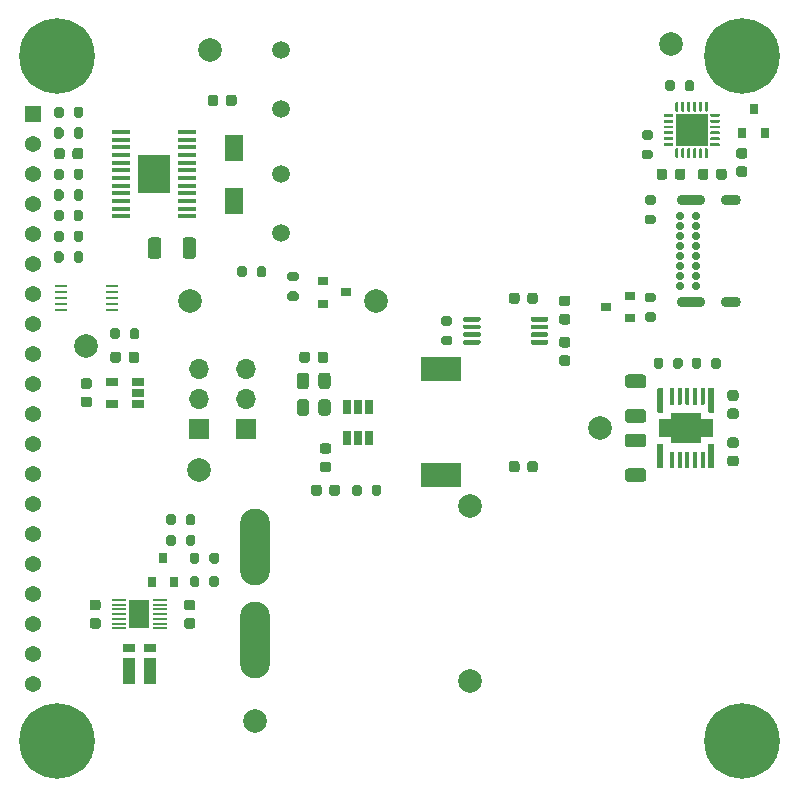
<source format=gbr>
G04 #@! TF.GenerationSoftware,KiCad,Pcbnew,(5.1.8)-1*
G04 #@! TF.CreationDate,2020-11-12T22:50:39-08:00*
G04 #@! TF.ProjectId,IRIS-power,49524953-2d70-46f7-9765-722e6b696361,rev?*
G04 #@! TF.SameCoordinates,Original*
G04 #@! TF.FileFunction,Soldermask,Top*
G04 #@! TF.FilePolarity,Negative*
%FSLAX46Y46*%
G04 Gerber Fmt 4.6, Leading zero omitted, Abs format (unit mm)*
G04 Created by KiCad (PCBNEW (5.1.8)-1) date 2020-11-12 22:50:39*
%MOMM*%
%LPD*%
G01*
G04 APERTURE LIST*
%ADD10R,2.740000X3.250000*%
%ADD11R,1.600000X0.300000*%
%ADD12R,1.780000X2.350000*%
%ADD13R,1.200000X0.200000*%
%ADD14C,0.100000*%
%ADD15R,1.000000X0.800000*%
%ADD16R,1.000000X2.300000*%
%ADD17C,1.500000*%
%ADD18R,3.500000X2.000000*%
%ADD19C,0.800000*%
%ADD20C,6.400000*%
%ADD21C,1.370000*%
%ADD22R,1.370000X1.370000*%
%ADD23C,2.000000*%
%ADD24O,2.540000X6.502400*%
%ADD25R,1.100000X0.250000*%
%ADD26R,1.700000X1.700000*%
%ADD27O,1.700000X1.700000*%
%ADD28R,1.600000X2.300000*%
%ADD29R,0.800000X0.900000*%
%ADD30R,1.060000X0.650000*%
%ADD31R,2.700000X2.700000*%
%ADD32R,0.900000X0.800000*%
%ADD33C,0.700000*%
%ADD34O,2.400000X0.900000*%
%ADD35O,1.700000X0.900000*%
%ADD36R,0.650000X1.220000*%
G04 APERTURE END LIST*
D10*
X11750000Y19000000D03*
D11*
X14550000Y22575000D03*
X14550000Y21925000D03*
X14550000Y21275000D03*
X14550000Y20625000D03*
X14550000Y19975000D03*
X14550000Y19325000D03*
X14550000Y18675000D03*
X14550000Y18025000D03*
X14550000Y17375000D03*
X14550000Y16725000D03*
X14550000Y16075000D03*
X14550000Y15425000D03*
X8950000Y15425000D03*
X8950000Y16075000D03*
X8950000Y16725000D03*
X8950000Y17375000D03*
X8950000Y18025000D03*
X8950000Y18675000D03*
X8950000Y19325000D03*
X8950000Y19975000D03*
X8950000Y20625000D03*
X8950000Y21275000D03*
X8950000Y21925000D03*
X8950000Y22575000D03*
D12*
X10500000Y-18250000D03*
D13*
X12225000Y-17050000D03*
X12225000Y-17450000D03*
X12225000Y-17850000D03*
X12225000Y-18250000D03*
X12225000Y-18650000D03*
X12225000Y-19050000D03*
X12225000Y-19450000D03*
X8775000Y-19450000D03*
X8775000Y-19050000D03*
X8775000Y-18650000D03*
X8775000Y-18250000D03*
X8775000Y-17850000D03*
X8775000Y-17450000D03*
X8775000Y-17050000D03*
D14*
G36*
X55500000Y-1750000D02*
G01*
X55500000Y-1250000D01*
X58000000Y-1250000D01*
X58000000Y-1750000D01*
X59050000Y-1750000D01*
X59050000Y-3250000D01*
X58000000Y-3250000D01*
X58000000Y-3750000D01*
X55500000Y-3750000D01*
X55500000Y-3250000D01*
X54450000Y-3250000D01*
X54450000Y-1750000D01*
X55500000Y-1750000D01*
G37*
G36*
G01*
X58320000Y-500000D02*
X58040000Y-500000D01*
G75*
G02*
X58005000Y-465000I0J35000D01*
G01*
X58005000Y865000D01*
G75*
G02*
X58040000Y900000I35000J0D01*
G01*
X58320000Y900000D01*
G75*
G02*
X58355000Y865000I0J-35000D01*
G01*
X58355000Y-465000D01*
G75*
G02*
X58320000Y-500000I-35000J0D01*
G01*
G37*
G36*
G01*
X57670000Y-500000D02*
X57390000Y-500000D01*
G75*
G02*
X57355000Y-465000I0J35000D01*
G01*
X57355000Y865000D01*
G75*
G02*
X57390000Y900000I35000J0D01*
G01*
X57670000Y900000D01*
G75*
G02*
X57705000Y865000I0J-35000D01*
G01*
X57705000Y-465000D01*
G75*
G02*
X57670000Y-500000I-35000J0D01*
G01*
G37*
G36*
G01*
X57020000Y-500000D02*
X56740000Y-500000D01*
G75*
G02*
X56705000Y-465000I0J35000D01*
G01*
X56705000Y865000D01*
G75*
G02*
X56740000Y900000I35000J0D01*
G01*
X57020000Y900000D01*
G75*
G02*
X57055000Y865000I0J-35000D01*
G01*
X57055000Y-465000D01*
G75*
G02*
X57020000Y-500000I-35000J0D01*
G01*
G37*
G36*
G01*
X56370000Y-500000D02*
X56090000Y-500000D01*
G75*
G02*
X56055000Y-465000I0J35000D01*
G01*
X56055000Y865000D01*
G75*
G02*
X56090000Y900000I35000J0D01*
G01*
X56370000Y900000D01*
G75*
G02*
X56405000Y865000I0J-35000D01*
G01*
X56405000Y-465000D01*
G75*
G02*
X56370000Y-500000I-35000J0D01*
G01*
G37*
G36*
G01*
X55720000Y-500000D02*
X55440000Y-500000D01*
G75*
G02*
X55405000Y-465000I0J35000D01*
G01*
X55405000Y865000D01*
G75*
G02*
X55440000Y900000I35000J0D01*
G01*
X55720000Y900000D01*
G75*
G02*
X55755000Y865000I0J-35000D01*
G01*
X55755000Y-465000D01*
G75*
G02*
X55720000Y-500000I-35000J0D01*
G01*
G37*
G36*
G01*
X55720000Y-5900000D02*
X55440000Y-5900000D01*
G75*
G02*
X55405000Y-5865000I0J35000D01*
G01*
X55405000Y-4535000D01*
G75*
G02*
X55440000Y-4500000I35000J0D01*
G01*
X55720000Y-4500000D01*
G75*
G02*
X55755000Y-4535000I0J-35000D01*
G01*
X55755000Y-5865000D01*
G75*
G02*
X55720000Y-5900000I-35000J0D01*
G01*
G37*
G36*
G01*
X56370000Y-5900000D02*
X56090000Y-5900000D01*
G75*
G02*
X56055000Y-5865000I0J35000D01*
G01*
X56055000Y-4535000D01*
G75*
G02*
X56090000Y-4500000I35000J0D01*
G01*
X56370000Y-4500000D01*
G75*
G02*
X56405000Y-4535000I0J-35000D01*
G01*
X56405000Y-5865000D01*
G75*
G02*
X56370000Y-5900000I-35000J0D01*
G01*
G37*
G36*
G01*
X57020000Y-5900000D02*
X56740000Y-5900000D01*
G75*
G02*
X56705000Y-5865000I0J35000D01*
G01*
X56705000Y-4535000D01*
G75*
G02*
X56740000Y-4500000I35000J0D01*
G01*
X57020000Y-4500000D01*
G75*
G02*
X57055000Y-4535000I0J-35000D01*
G01*
X57055000Y-5865000D01*
G75*
G02*
X57020000Y-5900000I-35000J0D01*
G01*
G37*
G36*
G01*
X57670000Y-5900000D02*
X57390000Y-5900000D01*
G75*
G02*
X57355000Y-5865000I0J35000D01*
G01*
X57355000Y-4535000D01*
G75*
G02*
X57390000Y-4500000I35000J0D01*
G01*
X57670000Y-4500000D01*
G75*
G02*
X57705000Y-4535000I0J-35000D01*
G01*
X57705000Y-5865000D01*
G75*
G02*
X57670000Y-5900000I-35000J0D01*
G01*
G37*
G36*
G01*
X58320000Y-5900000D02*
X58040000Y-5900000D01*
G75*
G02*
X58005000Y-5865000I0J35000D01*
G01*
X58005000Y-4535000D01*
G75*
G02*
X58040000Y-4500000I35000J0D01*
G01*
X58320000Y-4500000D01*
G75*
G02*
X58355000Y-4535000I0J-35000D01*
G01*
X58355000Y-5865000D01*
G75*
G02*
X58320000Y-5900000I-35000J0D01*
G01*
G37*
G36*
G01*
X54805000Y-1200000D02*
X54405000Y-1200000D01*
G75*
G02*
X54355000Y-1150000I0J50000D01*
G01*
X54355000Y850000D01*
G75*
G02*
X54405000Y900000I50000J0D01*
G01*
X54805000Y900000D01*
G75*
G02*
X54855000Y850000I0J-50000D01*
G01*
X54855000Y-1150000D01*
G75*
G02*
X54805000Y-1200000I-50000J0D01*
G01*
G37*
G36*
G01*
X59105000Y-1200000D02*
X58705000Y-1200000D01*
G75*
G02*
X58655000Y-1150000I0J50000D01*
G01*
X58655000Y850000D01*
G75*
G02*
X58705000Y900000I50000J0D01*
G01*
X59105000Y900000D01*
G75*
G02*
X59155000Y850000I0J-50000D01*
G01*
X59155000Y-1150000D01*
G75*
G02*
X59105000Y-1200000I-50000J0D01*
G01*
G37*
G36*
G01*
X54805000Y-5900000D02*
X54405000Y-5900000D01*
G75*
G02*
X54355000Y-5850000I0J50000D01*
G01*
X54355000Y-3850000D01*
G75*
G02*
X54405000Y-3800000I50000J0D01*
G01*
X54805000Y-3800000D01*
G75*
G02*
X54855000Y-3850000I0J-50000D01*
G01*
X54855000Y-5850000D01*
G75*
G02*
X54805000Y-5900000I-50000J0D01*
G01*
G37*
G36*
G01*
X59105000Y-5900000D02*
X58705000Y-5900000D01*
G75*
G02*
X58655000Y-5850000I0J50000D01*
G01*
X58655000Y-3850000D01*
G75*
G02*
X58705000Y-3800000I50000J0D01*
G01*
X59105000Y-3800000D01*
G75*
G02*
X59155000Y-3850000I0J-50000D01*
G01*
X59155000Y-5850000D01*
G75*
G02*
X59105000Y-5900000I-50000J0D01*
G01*
G37*
D15*
X9650000Y-21150000D03*
X11350000Y-21150000D03*
D16*
X9650000Y-23100000D03*
X11350000Y-23100000D03*
G36*
G01*
X13575000Y-9975000D02*
X13575000Y-10525000D01*
G75*
G02*
X13375000Y-10725000I-200000J0D01*
G01*
X12975000Y-10725000D01*
G75*
G02*
X12775000Y-10525000I0J200000D01*
G01*
X12775000Y-9975000D01*
G75*
G02*
X12975000Y-9775000I200000J0D01*
G01*
X13375000Y-9775000D01*
G75*
G02*
X13575000Y-9975000I0J-200000D01*
G01*
G37*
G36*
G01*
X15225000Y-9975000D02*
X15225000Y-10525000D01*
G75*
G02*
X15025000Y-10725000I-200000J0D01*
G01*
X14625000Y-10725000D01*
G75*
G02*
X14425000Y-10525000I0J200000D01*
G01*
X14425000Y-9975000D01*
G75*
G02*
X14625000Y-9775000I200000J0D01*
G01*
X15025000Y-9775000D01*
G75*
G02*
X15225000Y-9975000I0J-200000D01*
G01*
G37*
G36*
G01*
X13575000Y-11725000D02*
X13575000Y-12275000D01*
G75*
G02*
X13375000Y-12475000I-200000J0D01*
G01*
X12975000Y-12475000D01*
G75*
G02*
X12775000Y-12275000I0J200000D01*
G01*
X12775000Y-11725000D01*
G75*
G02*
X12975000Y-11525000I200000J0D01*
G01*
X13375000Y-11525000D01*
G75*
G02*
X13575000Y-11725000I0J-200000D01*
G01*
G37*
G36*
G01*
X15225000Y-11725000D02*
X15225000Y-12275000D01*
G75*
G02*
X15025000Y-12475000I-200000J0D01*
G01*
X14625000Y-12475000D01*
G75*
G02*
X14425000Y-12275000I0J200000D01*
G01*
X14425000Y-11725000D01*
G75*
G02*
X14625000Y-11525000I200000J0D01*
G01*
X15025000Y-11525000D01*
G75*
G02*
X15225000Y-11725000I0J-200000D01*
G01*
G37*
G36*
G01*
X16425000Y-15775000D02*
X16425000Y-15225000D01*
G75*
G02*
X16625000Y-15025000I200000J0D01*
G01*
X17025000Y-15025000D01*
G75*
G02*
X17225000Y-15225000I0J-200000D01*
G01*
X17225000Y-15775000D01*
G75*
G02*
X17025000Y-15975000I-200000J0D01*
G01*
X16625000Y-15975000D01*
G75*
G02*
X16425000Y-15775000I0J200000D01*
G01*
G37*
G36*
G01*
X14775000Y-15775000D02*
X14775000Y-15225000D01*
G75*
G02*
X14975000Y-15025000I200000J0D01*
G01*
X15375000Y-15025000D01*
G75*
G02*
X15575000Y-15225000I0J-200000D01*
G01*
X15575000Y-15775000D01*
G75*
G02*
X15375000Y-15975000I-200000J0D01*
G01*
X14975000Y-15975000D01*
G75*
G02*
X14775000Y-15775000I0J200000D01*
G01*
G37*
G36*
G01*
X16425000Y-13775000D02*
X16425000Y-13225000D01*
G75*
G02*
X16625000Y-13025000I200000J0D01*
G01*
X17025000Y-13025000D01*
G75*
G02*
X17225000Y-13225000I0J-200000D01*
G01*
X17225000Y-13775000D01*
G75*
G02*
X17025000Y-13975000I-200000J0D01*
G01*
X16625000Y-13975000D01*
G75*
G02*
X16425000Y-13775000I0J200000D01*
G01*
G37*
G36*
G01*
X14775000Y-13775000D02*
X14775000Y-13225000D01*
G75*
G02*
X14975000Y-13025000I200000J0D01*
G01*
X15375000Y-13025000D01*
G75*
G02*
X15575000Y-13225000I0J-200000D01*
G01*
X15575000Y-13775000D01*
G75*
G02*
X15375000Y-13975000I-200000J0D01*
G01*
X14975000Y-13975000D01*
G75*
G02*
X14775000Y-13775000I0J200000D01*
G01*
G37*
G36*
G01*
X55675000Y2725000D02*
X55675000Y3275000D01*
G75*
G02*
X55875000Y3475000I200000J0D01*
G01*
X56275000Y3475000D01*
G75*
G02*
X56475000Y3275000I0J-200000D01*
G01*
X56475000Y2725000D01*
G75*
G02*
X56275000Y2525000I-200000J0D01*
G01*
X55875000Y2525000D01*
G75*
G02*
X55675000Y2725000I0J200000D01*
G01*
G37*
G36*
G01*
X54025000Y2725000D02*
X54025000Y3275000D01*
G75*
G02*
X54225000Y3475000I200000J0D01*
G01*
X54625000Y3475000D01*
G75*
G02*
X54825000Y3275000I0J-200000D01*
G01*
X54825000Y2725000D01*
G75*
G02*
X54625000Y2525000I-200000J0D01*
G01*
X54225000Y2525000D01*
G75*
G02*
X54025000Y2725000I0J200000D01*
G01*
G37*
G36*
G01*
X58925000Y2725000D02*
X58925000Y3275000D01*
G75*
G02*
X59125000Y3475000I200000J0D01*
G01*
X59525000Y3475000D01*
G75*
G02*
X59725000Y3275000I0J-200000D01*
G01*
X59725000Y2725000D01*
G75*
G02*
X59525000Y2525000I-200000J0D01*
G01*
X59125000Y2525000D01*
G75*
G02*
X58925000Y2725000I0J200000D01*
G01*
G37*
G36*
G01*
X57275000Y2725000D02*
X57275000Y3275000D01*
G75*
G02*
X57475000Y3475000I200000J0D01*
G01*
X57875000Y3475000D01*
G75*
G02*
X58075000Y3275000I0J-200000D01*
G01*
X58075000Y2725000D01*
G75*
G02*
X57875000Y2525000I-200000J0D01*
G01*
X57475000Y2525000D01*
G75*
G02*
X57275000Y2725000I0J200000D01*
G01*
G37*
G36*
G01*
X4925000Y16975000D02*
X4925000Y17525000D01*
G75*
G02*
X5125000Y17725000I200000J0D01*
G01*
X5525000Y17725000D01*
G75*
G02*
X5725000Y17525000I0J-200000D01*
G01*
X5725000Y16975000D01*
G75*
G02*
X5525000Y16775000I-200000J0D01*
G01*
X5125000Y16775000D01*
G75*
G02*
X4925000Y16975000I0J200000D01*
G01*
G37*
G36*
G01*
X3275000Y16975000D02*
X3275000Y17525000D01*
G75*
G02*
X3475000Y17725000I200000J0D01*
G01*
X3875000Y17725000D01*
G75*
G02*
X4075000Y17525000I0J-200000D01*
G01*
X4075000Y16975000D01*
G75*
G02*
X3875000Y16775000I-200000J0D01*
G01*
X3475000Y16775000D01*
G75*
G02*
X3275000Y16975000I0J200000D01*
G01*
G37*
G36*
G01*
X4075000Y19275000D02*
X4075000Y18725000D01*
G75*
G02*
X3875000Y18525000I-200000J0D01*
G01*
X3475000Y18525000D01*
G75*
G02*
X3275000Y18725000I0J200000D01*
G01*
X3275000Y19275000D01*
G75*
G02*
X3475000Y19475000I200000J0D01*
G01*
X3875000Y19475000D01*
G75*
G02*
X4075000Y19275000I0J-200000D01*
G01*
G37*
G36*
G01*
X5725000Y19275000D02*
X5725000Y18725000D01*
G75*
G02*
X5525000Y18525000I-200000J0D01*
G01*
X5125000Y18525000D01*
G75*
G02*
X4925000Y18725000I0J200000D01*
G01*
X4925000Y19275000D01*
G75*
G02*
X5125000Y19475000I200000J0D01*
G01*
X5525000Y19475000D01*
G75*
G02*
X5725000Y19275000I0J-200000D01*
G01*
G37*
G36*
G01*
X23775000Y9925000D02*
X23225000Y9925000D01*
G75*
G02*
X23025000Y10125000I0J200000D01*
G01*
X23025000Y10525000D01*
G75*
G02*
X23225000Y10725000I200000J0D01*
G01*
X23775000Y10725000D01*
G75*
G02*
X23975000Y10525000I0J-200000D01*
G01*
X23975000Y10125000D01*
G75*
G02*
X23775000Y9925000I-200000J0D01*
G01*
G37*
G36*
G01*
X23775000Y8275000D02*
X23225000Y8275000D01*
G75*
G02*
X23025000Y8475000I0J200000D01*
G01*
X23025000Y8875000D01*
G75*
G02*
X23225000Y9075000I200000J0D01*
G01*
X23775000Y9075000D01*
G75*
G02*
X23975000Y8875000I0J-200000D01*
G01*
X23975000Y8475000D01*
G75*
G02*
X23775000Y8275000I-200000J0D01*
G01*
G37*
G36*
G01*
X4925000Y23975000D02*
X4925000Y24525000D01*
G75*
G02*
X5125000Y24725000I200000J0D01*
G01*
X5525000Y24725000D01*
G75*
G02*
X5725000Y24525000I0J-200000D01*
G01*
X5725000Y23975000D01*
G75*
G02*
X5525000Y23775000I-200000J0D01*
G01*
X5125000Y23775000D01*
G75*
G02*
X4925000Y23975000I0J200000D01*
G01*
G37*
G36*
G01*
X3275000Y23975000D02*
X3275000Y24525000D01*
G75*
G02*
X3475000Y24725000I200000J0D01*
G01*
X3875000Y24725000D01*
G75*
G02*
X4075000Y24525000I0J-200000D01*
G01*
X4075000Y23975000D01*
G75*
G02*
X3875000Y23775000I-200000J0D01*
G01*
X3475000Y23775000D01*
G75*
G02*
X3275000Y23975000I0J200000D01*
G01*
G37*
G36*
G01*
X4925000Y22225000D02*
X4925000Y22775000D01*
G75*
G02*
X5125000Y22975000I200000J0D01*
G01*
X5525000Y22975000D01*
G75*
G02*
X5725000Y22775000I0J-200000D01*
G01*
X5725000Y22225000D01*
G75*
G02*
X5525000Y22025000I-200000J0D01*
G01*
X5125000Y22025000D01*
G75*
G02*
X4925000Y22225000I0J200000D01*
G01*
G37*
G36*
G01*
X3275000Y22225000D02*
X3275000Y22775000D01*
G75*
G02*
X3475000Y22975000I200000J0D01*
G01*
X3875000Y22975000D01*
G75*
G02*
X4075000Y22775000I0J-200000D01*
G01*
X4075000Y22225000D01*
G75*
G02*
X3875000Y22025000I-200000J0D01*
G01*
X3475000Y22025000D01*
G75*
G02*
X3275000Y22225000I0J200000D01*
G01*
G37*
G36*
G01*
X4925000Y13475000D02*
X4925000Y14025000D01*
G75*
G02*
X5125000Y14225000I200000J0D01*
G01*
X5525000Y14225000D01*
G75*
G02*
X5725000Y14025000I0J-200000D01*
G01*
X5725000Y13475000D01*
G75*
G02*
X5525000Y13275000I-200000J0D01*
G01*
X5125000Y13275000D01*
G75*
G02*
X4925000Y13475000I0J200000D01*
G01*
G37*
G36*
G01*
X3275000Y13475000D02*
X3275000Y14025000D01*
G75*
G02*
X3475000Y14225000I200000J0D01*
G01*
X3875000Y14225000D01*
G75*
G02*
X4075000Y14025000I0J-200000D01*
G01*
X4075000Y13475000D01*
G75*
G02*
X3875000Y13275000I-200000J0D01*
G01*
X3475000Y13275000D01*
G75*
G02*
X3275000Y13475000I0J200000D01*
G01*
G37*
G36*
G01*
X4075000Y12275000D02*
X4075000Y11725000D01*
G75*
G02*
X3875000Y11525000I-200000J0D01*
G01*
X3475000Y11525000D01*
G75*
G02*
X3275000Y11725000I0J200000D01*
G01*
X3275000Y12275000D01*
G75*
G02*
X3475000Y12475000I200000J0D01*
G01*
X3875000Y12475000D01*
G75*
G02*
X4075000Y12275000I0J-200000D01*
G01*
G37*
G36*
G01*
X5725000Y12275000D02*
X5725000Y11725000D01*
G75*
G02*
X5525000Y11525000I-200000J0D01*
G01*
X5125000Y11525000D01*
G75*
G02*
X4925000Y11725000I0J200000D01*
G01*
X4925000Y12275000D01*
G75*
G02*
X5125000Y12475000I200000J0D01*
G01*
X5525000Y12475000D01*
G75*
G02*
X5725000Y12275000I0J-200000D01*
G01*
G37*
G36*
G01*
X4075000Y15775000D02*
X4075000Y15225000D01*
G75*
G02*
X3875000Y15025000I-200000J0D01*
G01*
X3475000Y15025000D01*
G75*
G02*
X3275000Y15225000I0J200000D01*
G01*
X3275000Y15775000D01*
G75*
G02*
X3475000Y15975000I200000J0D01*
G01*
X3875000Y15975000D01*
G75*
G02*
X4075000Y15775000I0J-200000D01*
G01*
G37*
G36*
G01*
X5725000Y15775000D02*
X5725000Y15225000D01*
G75*
G02*
X5525000Y15025000I-200000J0D01*
G01*
X5125000Y15025000D01*
G75*
G02*
X4925000Y15225000I0J200000D01*
G01*
X4925000Y15775000D01*
G75*
G02*
X5125000Y15975000I200000J0D01*
G01*
X5525000Y15975000D01*
G75*
G02*
X5725000Y15775000I0J-200000D01*
G01*
G37*
G36*
G01*
X9675000Y5225000D02*
X9675000Y5775000D01*
G75*
G02*
X9875000Y5975000I200000J0D01*
G01*
X10275000Y5975000D01*
G75*
G02*
X10475000Y5775000I0J-200000D01*
G01*
X10475000Y5225000D01*
G75*
G02*
X10275000Y5025000I-200000J0D01*
G01*
X9875000Y5025000D01*
G75*
G02*
X9675000Y5225000I0J200000D01*
G01*
G37*
G36*
G01*
X8025000Y5225000D02*
X8025000Y5775000D01*
G75*
G02*
X8225000Y5975000I200000J0D01*
G01*
X8625000Y5975000D01*
G75*
G02*
X8825000Y5775000I0J-200000D01*
G01*
X8825000Y5225000D01*
G75*
G02*
X8625000Y5025000I-200000J0D01*
G01*
X8225000Y5025000D01*
G75*
G02*
X8025000Y5225000I0J200000D01*
G01*
G37*
G36*
G01*
X53775000Y21925000D02*
X53225000Y21925000D01*
G75*
G02*
X53025000Y22125000I0J200000D01*
G01*
X53025000Y22525000D01*
G75*
G02*
X53225000Y22725000I200000J0D01*
G01*
X53775000Y22725000D01*
G75*
G02*
X53975000Y22525000I0J-200000D01*
G01*
X53975000Y22125000D01*
G75*
G02*
X53775000Y21925000I-200000J0D01*
G01*
G37*
G36*
G01*
X53775000Y20275000D02*
X53225000Y20275000D01*
G75*
G02*
X53025000Y20475000I0J200000D01*
G01*
X53025000Y20875000D01*
G75*
G02*
X53225000Y21075000I200000J0D01*
G01*
X53775000Y21075000D01*
G75*
G02*
X53975000Y20875000I0J-200000D01*
G01*
X53975000Y20475000D01*
G75*
G02*
X53775000Y20275000I-200000J0D01*
G01*
G37*
G36*
G01*
X53475000Y7325000D02*
X54025000Y7325000D01*
G75*
G02*
X54225000Y7125000I0J-200000D01*
G01*
X54225000Y6725000D01*
G75*
G02*
X54025000Y6525000I-200000J0D01*
G01*
X53475000Y6525000D01*
G75*
G02*
X53275000Y6725000I0J200000D01*
G01*
X53275000Y7125000D01*
G75*
G02*
X53475000Y7325000I200000J0D01*
G01*
G37*
G36*
G01*
X53475000Y8975000D02*
X54025000Y8975000D01*
G75*
G02*
X54225000Y8775000I0J-200000D01*
G01*
X54225000Y8375000D01*
G75*
G02*
X54025000Y8175000I-200000J0D01*
G01*
X53475000Y8175000D01*
G75*
G02*
X53275000Y8375000I0J200000D01*
G01*
X53275000Y8775000D01*
G75*
G02*
X53475000Y8975000I200000J0D01*
G01*
G37*
G36*
G01*
X54025000Y16425000D02*
X53475000Y16425000D01*
G75*
G02*
X53275000Y16625000I0J200000D01*
G01*
X53275000Y17025000D01*
G75*
G02*
X53475000Y17225000I200000J0D01*
G01*
X54025000Y17225000D01*
G75*
G02*
X54225000Y17025000I0J-200000D01*
G01*
X54225000Y16625000D01*
G75*
G02*
X54025000Y16425000I-200000J0D01*
G01*
G37*
G36*
G01*
X54025000Y14775000D02*
X53475000Y14775000D01*
G75*
G02*
X53275000Y14975000I0J200000D01*
G01*
X53275000Y15375000D01*
G75*
G02*
X53475000Y15575000I200000J0D01*
G01*
X54025000Y15575000D01*
G75*
G02*
X54225000Y15375000I0J-200000D01*
G01*
X54225000Y14975000D01*
G75*
G02*
X54025000Y14775000I-200000J0D01*
G01*
G37*
G36*
G01*
X56675000Y26225000D02*
X56675000Y26775000D01*
G75*
G02*
X56875000Y26975000I200000J0D01*
G01*
X57275000Y26975000D01*
G75*
G02*
X57475000Y26775000I0J-200000D01*
G01*
X57475000Y26225000D01*
G75*
G02*
X57275000Y26025000I-200000J0D01*
G01*
X56875000Y26025000D01*
G75*
G02*
X56675000Y26225000I0J200000D01*
G01*
G37*
G36*
G01*
X55025000Y26225000D02*
X55025000Y26775000D01*
G75*
G02*
X55225000Y26975000I200000J0D01*
G01*
X55625000Y26975000D01*
G75*
G02*
X55825000Y26775000I0J-200000D01*
G01*
X55825000Y26225000D01*
G75*
G02*
X55625000Y26025000I-200000J0D01*
G01*
X55225000Y26025000D01*
G75*
G02*
X55025000Y26225000I0J200000D01*
G01*
G37*
G36*
G01*
X36775000Y6175000D02*
X36225000Y6175000D01*
G75*
G02*
X36025000Y6375000I0J200000D01*
G01*
X36025000Y6775000D01*
G75*
G02*
X36225000Y6975000I200000J0D01*
G01*
X36775000Y6975000D01*
G75*
G02*
X36975000Y6775000I0J-200000D01*
G01*
X36975000Y6375000D01*
G75*
G02*
X36775000Y6175000I-200000J0D01*
G01*
G37*
G36*
G01*
X36775000Y4525000D02*
X36225000Y4525000D01*
G75*
G02*
X36025000Y4725000I0J200000D01*
G01*
X36025000Y5125000D01*
G75*
G02*
X36225000Y5325000I200000J0D01*
G01*
X36775000Y5325000D01*
G75*
G02*
X36975000Y5125000I0J-200000D01*
G01*
X36975000Y4725000D01*
G75*
G02*
X36775000Y4525000I-200000J0D01*
G01*
G37*
G36*
G01*
X19575000Y11025000D02*
X19575000Y10475000D01*
G75*
G02*
X19375000Y10275000I-200000J0D01*
G01*
X18975000Y10275000D01*
G75*
G02*
X18775000Y10475000I0J200000D01*
G01*
X18775000Y11025000D01*
G75*
G02*
X18975000Y11225000I200000J0D01*
G01*
X19375000Y11225000D01*
G75*
G02*
X19575000Y11025000I0J-200000D01*
G01*
G37*
G36*
G01*
X21225000Y11025000D02*
X21225000Y10475000D01*
G75*
G02*
X21025000Y10275000I-200000J0D01*
G01*
X20625000Y10275000D01*
G75*
G02*
X20425000Y10475000I0J200000D01*
G01*
X20425000Y11025000D01*
G75*
G02*
X20625000Y11225000I200000J0D01*
G01*
X21025000Y11225000D01*
G75*
G02*
X21225000Y11025000I0J-200000D01*
G01*
G37*
G36*
G01*
X29325000Y-7475000D02*
X29325000Y-8025000D01*
G75*
G02*
X29125000Y-8225000I-200000J0D01*
G01*
X28725000Y-8225000D01*
G75*
G02*
X28525000Y-8025000I0J200000D01*
G01*
X28525000Y-7475000D01*
G75*
G02*
X28725000Y-7275000I200000J0D01*
G01*
X29125000Y-7275000D01*
G75*
G02*
X29325000Y-7475000I0J-200000D01*
G01*
G37*
G36*
G01*
X30975000Y-7475000D02*
X30975000Y-8025000D01*
G75*
G02*
X30775000Y-8225000I-200000J0D01*
G01*
X30375000Y-8225000D01*
G75*
G02*
X30175000Y-8025000I0J200000D01*
G01*
X30175000Y-7475000D01*
G75*
G02*
X30375000Y-7275000I200000J0D01*
G01*
X30775000Y-7275000D01*
G75*
G02*
X30975000Y-7475000I0J-200000D01*
G01*
G37*
G36*
G01*
X25650000Y1049998D02*
X25650000Y1950002D01*
G75*
G02*
X25899998Y2200000I249998J0D01*
G01*
X26425002Y2200000D01*
G75*
G02*
X26675000Y1950002I0J-249998D01*
G01*
X26675000Y1049998D01*
G75*
G02*
X26425002Y800000I-249998J0D01*
G01*
X25899998Y800000D01*
G75*
G02*
X25650000Y1049998I0J249998D01*
G01*
G37*
G36*
G01*
X23825000Y1049998D02*
X23825000Y1950002D01*
G75*
G02*
X24074998Y2200000I249998J0D01*
G01*
X24600002Y2200000D01*
G75*
G02*
X24850000Y1950002I0J-249998D01*
G01*
X24850000Y1049998D01*
G75*
G02*
X24600002Y800000I-249998J0D01*
G01*
X24074998Y800000D01*
G75*
G02*
X23825000Y1049998I0J249998D01*
G01*
G37*
G36*
G01*
X24850000Y-299998D02*
X24850000Y-1200002D01*
G75*
G02*
X24600002Y-1450000I-249998J0D01*
G01*
X24074998Y-1450000D01*
G75*
G02*
X23825000Y-1200002I0J249998D01*
G01*
X23825000Y-299998D01*
G75*
G02*
X24074998Y-50000I249998J0D01*
G01*
X24600002Y-50000D01*
G75*
G02*
X24850000Y-299998I0J-249998D01*
G01*
G37*
G36*
G01*
X26675000Y-299998D02*
X26675000Y-1200002D01*
G75*
G02*
X26425002Y-1450000I-249998J0D01*
G01*
X25899998Y-1450000D01*
G75*
G02*
X25650000Y-1200002I0J249998D01*
G01*
X25650000Y-299998D01*
G75*
G02*
X25899998Y-50000I249998J0D01*
G01*
X26425002Y-50000D01*
G75*
G02*
X26675000Y-299998I0J-249998D01*
G01*
G37*
D17*
X22500000Y29500000D03*
X22500000Y24500000D03*
X22500000Y19000000D03*
X22500000Y14000000D03*
G36*
G01*
X6500000Y-18575000D02*
X7000000Y-18575000D01*
G75*
G02*
X7225000Y-18800000I0J-225000D01*
G01*
X7225000Y-19250000D01*
G75*
G02*
X7000000Y-19475000I-225000J0D01*
G01*
X6500000Y-19475000D01*
G75*
G02*
X6275000Y-19250000I0J225000D01*
G01*
X6275000Y-18800000D01*
G75*
G02*
X6500000Y-18575000I225000J0D01*
G01*
G37*
G36*
G01*
X6500000Y-17025000D02*
X7000000Y-17025000D01*
G75*
G02*
X7225000Y-17250000I0J-225000D01*
G01*
X7225000Y-17700000D01*
G75*
G02*
X7000000Y-17925000I-225000J0D01*
G01*
X6500000Y-17925000D01*
G75*
G02*
X6275000Y-17700000I0J225000D01*
G01*
X6275000Y-17250000D01*
G75*
G02*
X6500000Y-17025000I225000J0D01*
G01*
G37*
G36*
G01*
X14500000Y-18575000D02*
X15000000Y-18575000D01*
G75*
G02*
X15225000Y-18800000I0J-225000D01*
G01*
X15225000Y-19250000D01*
G75*
G02*
X15000000Y-19475000I-225000J0D01*
G01*
X14500000Y-19475000D01*
G75*
G02*
X14275000Y-19250000I0J225000D01*
G01*
X14275000Y-18800000D01*
G75*
G02*
X14500000Y-18575000I225000J0D01*
G01*
G37*
G36*
G01*
X14500000Y-17025000D02*
X15000000Y-17025000D01*
G75*
G02*
X15225000Y-17250000I0J-225000D01*
G01*
X15225000Y-17700000D01*
G75*
G02*
X15000000Y-17925000I-225000J0D01*
G01*
X14500000Y-17925000D01*
G75*
G02*
X14275000Y-17700000I0J225000D01*
G01*
X14275000Y-17250000D01*
G75*
G02*
X14500000Y-17025000I225000J0D01*
G01*
G37*
G36*
G01*
X61000000Y-4175000D02*
X60500000Y-4175000D01*
G75*
G02*
X60275000Y-3950000I0J225000D01*
G01*
X60275000Y-3500000D01*
G75*
G02*
X60500000Y-3275000I225000J0D01*
G01*
X61000000Y-3275000D01*
G75*
G02*
X61225000Y-3500000I0J-225000D01*
G01*
X61225000Y-3950000D01*
G75*
G02*
X61000000Y-4175000I-225000J0D01*
G01*
G37*
G36*
G01*
X61000000Y-5725000D02*
X60500000Y-5725000D01*
G75*
G02*
X60275000Y-5500000I0J225000D01*
G01*
X60275000Y-5050000D01*
G75*
G02*
X60500000Y-4825000I225000J0D01*
G01*
X61000000Y-4825000D01*
G75*
G02*
X61225000Y-5050000I0J-225000D01*
G01*
X61225000Y-5500000D01*
G75*
G02*
X61000000Y-5725000I-225000J0D01*
G01*
G37*
G36*
G01*
X60500000Y-825000D02*
X61000000Y-825000D01*
G75*
G02*
X61225000Y-1050000I0J-225000D01*
G01*
X61225000Y-1500000D01*
G75*
G02*
X61000000Y-1725000I-225000J0D01*
G01*
X60500000Y-1725000D01*
G75*
G02*
X60275000Y-1500000I0J225000D01*
G01*
X60275000Y-1050000D01*
G75*
G02*
X60500000Y-825000I225000J0D01*
G01*
G37*
G36*
G01*
X60500000Y725000D02*
X61000000Y725000D01*
G75*
G02*
X61225000Y500000I0J-225000D01*
G01*
X61225000Y50000D01*
G75*
G02*
X61000000Y-175000I-225000J0D01*
G01*
X60500000Y-175000D01*
G75*
G02*
X60275000Y50000I0J225000D01*
G01*
X60275000Y500000D01*
G75*
G02*
X60500000Y725000I225000J0D01*
G01*
G37*
G36*
G01*
X17825000Y25000000D02*
X17825000Y25500000D01*
G75*
G02*
X18050000Y25725000I225000J0D01*
G01*
X18500000Y25725000D01*
G75*
G02*
X18725000Y25500000I0J-225000D01*
G01*
X18725000Y25000000D01*
G75*
G02*
X18500000Y24775000I-225000J0D01*
G01*
X18050000Y24775000D01*
G75*
G02*
X17825000Y25000000I0J225000D01*
G01*
G37*
G36*
G01*
X16275000Y25000000D02*
X16275000Y25500000D01*
G75*
G02*
X16500000Y25725000I225000J0D01*
G01*
X16950000Y25725000D01*
G75*
G02*
X17175000Y25500000I0J-225000D01*
G01*
X17175000Y25000000D01*
G75*
G02*
X16950000Y24775000I-225000J0D01*
G01*
X16500000Y24775000D01*
G75*
G02*
X16275000Y25000000I0J225000D01*
G01*
G37*
G36*
G01*
X4175000Y21000000D02*
X4175000Y20500000D01*
G75*
G02*
X3950000Y20275000I-225000J0D01*
G01*
X3500000Y20275000D01*
G75*
G02*
X3275000Y20500000I0J225000D01*
G01*
X3275000Y21000000D01*
G75*
G02*
X3500000Y21225000I225000J0D01*
G01*
X3950000Y21225000D01*
G75*
G02*
X4175000Y21000000I0J-225000D01*
G01*
G37*
G36*
G01*
X5725000Y21000000D02*
X5725000Y20500000D01*
G75*
G02*
X5500000Y20275000I-225000J0D01*
G01*
X5050000Y20275000D01*
G75*
G02*
X4825000Y20500000I0J225000D01*
G01*
X4825000Y21000000D01*
G75*
G02*
X5050000Y21225000I225000J0D01*
G01*
X5500000Y21225000D01*
G75*
G02*
X5725000Y21000000I0J-225000D01*
G01*
G37*
G36*
G01*
X8925000Y3750000D02*
X8925000Y3250000D01*
G75*
G02*
X8700000Y3025000I-225000J0D01*
G01*
X8250000Y3025000D01*
G75*
G02*
X8025000Y3250000I0J225000D01*
G01*
X8025000Y3750000D01*
G75*
G02*
X8250000Y3975000I225000J0D01*
G01*
X8700000Y3975000D01*
G75*
G02*
X8925000Y3750000I0J-225000D01*
G01*
G37*
G36*
G01*
X10475000Y3750000D02*
X10475000Y3250000D01*
G75*
G02*
X10250000Y3025000I-225000J0D01*
G01*
X9800000Y3025000D01*
G75*
G02*
X9575000Y3250000I0J225000D01*
G01*
X9575000Y3750000D01*
G75*
G02*
X9800000Y3975000I225000J0D01*
G01*
X10250000Y3975000D01*
G75*
G02*
X10475000Y3750000I0J-225000D01*
G01*
G37*
G36*
G01*
X6250000Y825000D02*
X5750000Y825000D01*
G75*
G02*
X5525000Y1050000I0J225000D01*
G01*
X5525000Y1500000D01*
G75*
G02*
X5750000Y1725000I225000J0D01*
G01*
X6250000Y1725000D01*
G75*
G02*
X6475000Y1500000I0J-225000D01*
G01*
X6475000Y1050000D01*
G75*
G02*
X6250000Y825000I-225000J0D01*
G01*
G37*
G36*
G01*
X6250000Y-725000D02*
X5750000Y-725000D01*
G75*
G02*
X5525000Y-500000I0J225000D01*
G01*
X5525000Y-50000D01*
G75*
G02*
X5750000Y175000I225000J0D01*
G01*
X6250000Y175000D01*
G75*
G02*
X6475000Y-50000I0J-225000D01*
G01*
X6475000Y-500000D01*
G75*
G02*
X6250000Y-725000I-225000J0D01*
G01*
G37*
G36*
G01*
X12350000Y13400001D02*
X12350000Y12099999D01*
G75*
G02*
X12100001Y11850000I-249999J0D01*
G01*
X11449999Y11850000D01*
G75*
G02*
X11200000Y12099999I0J249999D01*
G01*
X11200000Y13400001D01*
G75*
G02*
X11449999Y13650000I249999J0D01*
G01*
X12100001Y13650000D01*
G75*
G02*
X12350000Y13400001I0J-249999D01*
G01*
G37*
G36*
G01*
X15300000Y13400001D02*
X15300000Y12099999D01*
G75*
G02*
X15050001Y11850000I-249999J0D01*
G01*
X14399999Y11850000D01*
G75*
G02*
X14150000Y12099999I0J249999D01*
G01*
X14150000Y13400001D01*
G75*
G02*
X14399999Y13650000I249999J0D01*
G01*
X15050001Y13650000D01*
G75*
G02*
X15300000Y13400001I0J-249999D01*
G01*
G37*
G36*
G01*
X55825000Y18750000D02*
X55825000Y19250000D01*
G75*
G02*
X56050000Y19475000I225000J0D01*
G01*
X56500000Y19475000D01*
G75*
G02*
X56725000Y19250000I0J-225000D01*
G01*
X56725000Y18750000D01*
G75*
G02*
X56500000Y18525000I-225000J0D01*
G01*
X56050000Y18525000D01*
G75*
G02*
X55825000Y18750000I0J225000D01*
G01*
G37*
G36*
G01*
X54275000Y18750000D02*
X54275000Y19250000D01*
G75*
G02*
X54500000Y19475000I225000J0D01*
G01*
X54950000Y19475000D01*
G75*
G02*
X55175000Y19250000I0J-225000D01*
G01*
X55175000Y18750000D01*
G75*
G02*
X54950000Y18525000I-225000J0D01*
G01*
X54500000Y18525000D01*
G75*
G02*
X54275000Y18750000I0J225000D01*
G01*
G37*
G36*
G01*
X58675000Y19250000D02*
X58675000Y18750000D01*
G75*
G02*
X58450000Y18525000I-225000J0D01*
G01*
X58000000Y18525000D01*
G75*
G02*
X57775000Y18750000I0J225000D01*
G01*
X57775000Y19250000D01*
G75*
G02*
X58000000Y19475000I225000J0D01*
G01*
X58450000Y19475000D01*
G75*
G02*
X58675000Y19250000I0J-225000D01*
G01*
G37*
G36*
G01*
X60225000Y19250000D02*
X60225000Y18750000D01*
G75*
G02*
X60000000Y18525000I-225000J0D01*
G01*
X59550000Y18525000D01*
G75*
G02*
X59325000Y18750000I0J225000D01*
G01*
X59325000Y19250000D01*
G75*
G02*
X59550000Y19475000I225000J0D01*
G01*
X60000000Y19475000D01*
G75*
G02*
X60225000Y19250000I0J-225000D01*
G01*
G37*
G36*
G01*
X61250000Y19675000D02*
X61750000Y19675000D01*
G75*
G02*
X61975000Y19450000I0J-225000D01*
G01*
X61975000Y19000000D01*
G75*
G02*
X61750000Y18775000I-225000J0D01*
G01*
X61250000Y18775000D01*
G75*
G02*
X61025000Y19000000I0J225000D01*
G01*
X61025000Y19450000D01*
G75*
G02*
X61250000Y19675000I225000J0D01*
G01*
G37*
G36*
G01*
X61250000Y21225000D02*
X61750000Y21225000D01*
G75*
G02*
X61975000Y21000000I0J-225000D01*
G01*
X61975000Y20550000D01*
G75*
G02*
X61750000Y20325000I-225000J0D01*
G01*
X61250000Y20325000D01*
G75*
G02*
X61025000Y20550000I0J225000D01*
G01*
X61025000Y21000000D01*
G75*
G02*
X61250000Y21225000I225000J0D01*
G01*
G37*
G36*
G01*
X46250000Y3675000D02*
X46750000Y3675000D01*
G75*
G02*
X46975000Y3450000I0J-225000D01*
G01*
X46975000Y3000000D01*
G75*
G02*
X46750000Y2775000I-225000J0D01*
G01*
X46250000Y2775000D01*
G75*
G02*
X46025000Y3000000I0J225000D01*
G01*
X46025000Y3450000D01*
G75*
G02*
X46250000Y3675000I225000J0D01*
G01*
G37*
G36*
G01*
X46250000Y5225000D02*
X46750000Y5225000D01*
G75*
G02*
X46975000Y5000000I0J-225000D01*
G01*
X46975000Y4550000D01*
G75*
G02*
X46750000Y4325000I-225000J0D01*
G01*
X46250000Y4325000D01*
G75*
G02*
X46025000Y4550000I0J225000D01*
G01*
X46025000Y5000000D01*
G75*
G02*
X46250000Y5225000I225000J0D01*
G01*
G37*
G36*
G01*
X46750000Y7825000D02*
X46250000Y7825000D01*
G75*
G02*
X46025000Y8050000I0J225000D01*
G01*
X46025000Y8500000D01*
G75*
G02*
X46250000Y8725000I225000J0D01*
G01*
X46750000Y8725000D01*
G75*
G02*
X46975000Y8500000I0J-225000D01*
G01*
X46975000Y8050000D01*
G75*
G02*
X46750000Y7825000I-225000J0D01*
G01*
G37*
G36*
G01*
X46750000Y6275000D02*
X46250000Y6275000D01*
G75*
G02*
X46025000Y6500000I0J225000D01*
G01*
X46025000Y6950000D01*
G75*
G02*
X46250000Y7175000I225000J0D01*
G01*
X46750000Y7175000D01*
G75*
G02*
X46975000Y6950000I0J-225000D01*
G01*
X46975000Y6500000D01*
G75*
G02*
X46750000Y6275000I-225000J0D01*
G01*
G37*
G36*
G01*
X51849999Y-900000D02*
X53150001Y-900000D01*
G75*
G02*
X53400000Y-1149999I0J-249999D01*
G01*
X53400000Y-1800001D01*
G75*
G02*
X53150001Y-2050000I-249999J0D01*
G01*
X51849999Y-2050000D01*
G75*
G02*
X51600000Y-1800001I0J249999D01*
G01*
X51600000Y-1149999D01*
G75*
G02*
X51849999Y-900000I249999J0D01*
G01*
G37*
G36*
G01*
X51849999Y2050000D02*
X53150001Y2050000D01*
G75*
G02*
X53400000Y1800001I0J-249999D01*
G01*
X53400000Y1149999D01*
G75*
G02*
X53150001Y900000I-249999J0D01*
G01*
X51849999Y900000D01*
G75*
G02*
X51600000Y1149999I0J249999D01*
G01*
X51600000Y1800001D01*
G75*
G02*
X51849999Y2050000I249999J0D01*
G01*
G37*
G36*
G01*
X53150001Y-4100000D02*
X51849999Y-4100000D01*
G75*
G02*
X51600000Y-3850001I0J249999D01*
G01*
X51600000Y-3199999D01*
G75*
G02*
X51849999Y-2950000I249999J0D01*
G01*
X53150001Y-2950000D01*
G75*
G02*
X53400000Y-3199999I0J-249999D01*
G01*
X53400000Y-3850001D01*
G75*
G02*
X53150001Y-4100000I-249999J0D01*
G01*
G37*
G36*
G01*
X53150001Y-7050000D02*
X51849999Y-7050000D01*
G75*
G02*
X51600000Y-6800001I0J249999D01*
G01*
X51600000Y-6149999D01*
G75*
G02*
X51849999Y-5900000I249999J0D01*
G01*
X53150001Y-5900000D01*
G75*
G02*
X53400000Y-6149999I0J-249999D01*
G01*
X53400000Y-6800001D01*
G75*
G02*
X53150001Y-7050000I-249999J0D01*
G01*
G37*
G36*
G01*
X43325000Y8250000D02*
X43325000Y8750000D01*
G75*
G02*
X43550000Y8975000I225000J0D01*
G01*
X44000000Y8975000D01*
G75*
G02*
X44225000Y8750000I0J-225000D01*
G01*
X44225000Y8250000D01*
G75*
G02*
X44000000Y8025000I-225000J0D01*
G01*
X43550000Y8025000D01*
G75*
G02*
X43325000Y8250000I0J225000D01*
G01*
G37*
G36*
G01*
X41775000Y8250000D02*
X41775000Y8750000D01*
G75*
G02*
X42000000Y8975000I225000J0D01*
G01*
X42450000Y8975000D01*
G75*
G02*
X42675000Y8750000I0J-225000D01*
G01*
X42675000Y8250000D01*
G75*
G02*
X42450000Y8025000I-225000J0D01*
G01*
X42000000Y8025000D01*
G75*
G02*
X41775000Y8250000I0J225000D01*
G01*
G37*
G36*
G01*
X43325000Y-6000000D02*
X43325000Y-5500000D01*
G75*
G02*
X43550000Y-5275000I225000J0D01*
G01*
X44000000Y-5275000D01*
G75*
G02*
X44225000Y-5500000I0J-225000D01*
G01*
X44225000Y-6000000D01*
G75*
G02*
X44000000Y-6225000I-225000J0D01*
G01*
X43550000Y-6225000D01*
G75*
G02*
X43325000Y-6000000I0J225000D01*
G01*
G37*
G36*
G01*
X41775000Y-6000000D02*
X41775000Y-5500000D01*
G75*
G02*
X42000000Y-5275000I225000J0D01*
G01*
X42450000Y-5275000D01*
G75*
G02*
X42675000Y-5500000I0J-225000D01*
G01*
X42675000Y-6000000D01*
G75*
G02*
X42450000Y-6225000I-225000J0D01*
G01*
X42000000Y-6225000D01*
G75*
G02*
X41775000Y-6000000I0J225000D01*
G01*
G37*
G36*
G01*
X25925000Y-7500000D02*
X25925000Y-8000000D01*
G75*
G02*
X25700000Y-8225000I-225000J0D01*
G01*
X25250000Y-8225000D01*
G75*
G02*
X25025000Y-8000000I0J225000D01*
G01*
X25025000Y-7500000D01*
G75*
G02*
X25250000Y-7275000I225000J0D01*
G01*
X25700000Y-7275000D01*
G75*
G02*
X25925000Y-7500000I0J-225000D01*
G01*
G37*
G36*
G01*
X27475000Y-7500000D02*
X27475000Y-8000000D01*
G75*
G02*
X27250000Y-8225000I-225000J0D01*
G01*
X26800000Y-8225000D01*
G75*
G02*
X26575000Y-8000000I0J225000D01*
G01*
X26575000Y-7500000D01*
G75*
G02*
X26800000Y-7275000I225000J0D01*
G01*
X27250000Y-7275000D01*
G75*
G02*
X27475000Y-7500000I0J-225000D01*
G01*
G37*
G36*
G01*
X25575000Y3250000D02*
X25575000Y3750000D01*
G75*
G02*
X25800000Y3975000I225000J0D01*
G01*
X26250000Y3975000D01*
G75*
G02*
X26475000Y3750000I0J-225000D01*
G01*
X26475000Y3250000D01*
G75*
G02*
X26250000Y3025000I-225000J0D01*
G01*
X25800000Y3025000D01*
G75*
G02*
X25575000Y3250000I0J225000D01*
G01*
G37*
G36*
G01*
X24025000Y3250000D02*
X24025000Y3750000D01*
G75*
G02*
X24250000Y3975000I225000J0D01*
G01*
X24700000Y3975000D01*
G75*
G02*
X24925000Y3750000I0J-225000D01*
G01*
X24925000Y3250000D01*
G75*
G02*
X24700000Y3025000I-225000J0D01*
G01*
X24250000Y3025000D01*
G75*
G02*
X24025000Y3250000I0J225000D01*
G01*
G37*
G36*
G01*
X26500000Y-4675000D02*
X26000000Y-4675000D01*
G75*
G02*
X25775000Y-4450000I0J225000D01*
G01*
X25775000Y-4000000D01*
G75*
G02*
X26000000Y-3775000I225000J0D01*
G01*
X26500000Y-3775000D01*
G75*
G02*
X26725000Y-4000000I0J-225000D01*
G01*
X26725000Y-4450000D01*
G75*
G02*
X26500000Y-4675000I-225000J0D01*
G01*
G37*
G36*
G01*
X26500000Y-6225000D02*
X26000000Y-6225000D01*
G75*
G02*
X25775000Y-6000000I0J225000D01*
G01*
X25775000Y-5550000D01*
G75*
G02*
X26000000Y-5325000I225000J0D01*
G01*
X26500000Y-5325000D01*
G75*
G02*
X26725000Y-5550000I0J-225000D01*
G01*
X26725000Y-6000000D01*
G75*
G02*
X26500000Y-6225000I-225000J0D01*
G01*
G37*
D18*
X36000000Y2500000D03*
X36000000Y-6500000D03*
D19*
X5900000Y29000000D03*
D20*
X3500000Y29000000D03*
D19*
X3500000Y26600000D03*
X1802944Y30697056D03*
X1802944Y27302944D03*
X1100000Y29000000D03*
X3500000Y31400000D03*
X5197056Y27302944D03*
X5197056Y30697056D03*
X63900000Y29000000D03*
D20*
X61500000Y29000000D03*
D19*
X61500000Y26600000D03*
X59802944Y30697056D03*
X59802944Y27302944D03*
X59100000Y29000000D03*
X61500000Y31400000D03*
X63197056Y27302944D03*
X63197056Y30697056D03*
X63900000Y-29000000D03*
D20*
X61500000Y-29000000D03*
D19*
X61500000Y-31400000D03*
X59802944Y-27302944D03*
X59802944Y-30697056D03*
X59100000Y-29000000D03*
X61500000Y-26600000D03*
X63197056Y-30697056D03*
X63197056Y-27302944D03*
X5900000Y-29000000D03*
X1802944Y-30697056D03*
D20*
X3500000Y-29000000D03*
D19*
X3500000Y-26600000D03*
X5197056Y-27302944D03*
X1100000Y-29000000D03*
X1802944Y-27302944D03*
X5197056Y-30697056D03*
X3500000Y-31400000D03*
D21*
X1500000Y-13970000D03*
X1500000Y-16510000D03*
X1500000Y-3810000D03*
X1500000Y11430000D03*
X1500000Y8890000D03*
X1500000Y1270000D03*
X1500000Y19050000D03*
X1500000Y-1270000D03*
X1500000Y-11430000D03*
D22*
X1500000Y24130000D03*
D21*
X1500000Y13970000D03*
X1500000Y3810000D03*
X1500000Y-8890000D03*
X1500000Y-19050000D03*
X1500000Y-24130000D03*
X1500000Y-6350000D03*
X1500000Y6350000D03*
X1500000Y-21590000D03*
X1500000Y21590000D03*
X1500000Y16510000D03*
D23*
X38480000Y-9100000D03*
X38480000Y-23900000D03*
D24*
X20250000Y-12563000D03*
X20250000Y-20437000D03*
D25*
X8150000Y7500000D03*
X8150000Y8000000D03*
X8150000Y8500000D03*
X8150000Y9000000D03*
X8150000Y9500000D03*
X3850000Y9500000D03*
X3850000Y9000000D03*
X3850000Y8500000D03*
X3850000Y8000000D03*
X3850000Y7500000D03*
D23*
X20250000Y-27250000D03*
D26*
X15500000Y-2540000D03*
D27*
X15500000Y0D03*
X15500000Y2540000D03*
X19500000Y2540000D03*
X19500000Y0D03*
D26*
X19500000Y-2540000D03*
D28*
X18500000Y21250000D03*
X18500000Y16750000D03*
D29*
X12500000Y-13500000D03*
X13450000Y-15500000D03*
X11550000Y-15500000D03*
D30*
X10350000Y-450000D03*
X10350000Y500000D03*
X10350000Y1450000D03*
X8150000Y1450000D03*
X8150000Y-450000D03*
D23*
X49500000Y-2500000D03*
X30500000Y8250000D03*
X15500000Y-6000000D03*
X14750000Y8250000D03*
X6000000Y4500000D03*
X16500000Y29500000D03*
D29*
X61550000Y22500000D03*
X63450000Y22500000D03*
X62500000Y24500000D03*
G36*
G01*
X59625000Y21562500D02*
X59625000Y21437500D01*
G75*
G02*
X59562500Y21375000I-62500J0D01*
G01*
X58862500Y21375000D01*
G75*
G02*
X58800000Y21437500I0J62500D01*
G01*
X58800000Y21562500D01*
G75*
G02*
X58862500Y21625000I62500J0D01*
G01*
X59562500Y21625000D01*
G75*
G02*
X59625000Y21562500I0J-62500D01*
G01*
G37*
G36*
G01*
X59625000Y22062500D02*
X59625000Y21937500D01*
G75*
G02*
X59562500Y21875000I-62500J0D01*
G01*
X58862500Y21875000D01*
G75*
G02*
X58800000Y21937500I0J62500D01*
G01*
X58800000Y22062500D01*
G75*
G02*
X58862500Y22125000I62500J0D01*
G01*
X59562500Y22125000D01*
G75*
G02*
X59625000Y22062500I0J-62500D01*
G01*
G37*
G36*
G01*
X59625000Y22562500D02*
X59625000Y22437500D01*
G75*
G02*
X59562500Y22375000I-62500J0D01*
G01*
X58862500Y22375000D01*
G75*
G02*
X58800000Y22437500I0J62500D01*
G01*
X58800000Y22562500D01*
G75*
G02*
X58862500Y22625000I62500J0D01*
G01*
X59562500Y22625000D01*
G75*
G02*
X59625000Y22562500I0J-62500D01*
G01*
G37*
G36*
G01*
X59625000Y23062500D02*
X59625000Y22937500D01*
G75*
G02*
X59562500Y22875000I-62500J0D01*
G01*
X58862500Y22875000D01*
G75*
G02*
X58800000Y22937500I0J62500D01*
G01*
X58800000Y23062500D01*
G75*
G02*
X58862500Y23125000I62500J0D01*
G01*
X59562500Y23125000D01*
G75*
G02*
X59625000Y23062500I0J-62500D01*
G01*
G37*
G36*
G01*
X59625000Y23562500D02*
X59625000Y23437500D01*
G75*
G02*
X59562500Y23375000I-62500J0D01*
G01*
X58862500Y23375000D01*
G75*
G02*
X58800000Y23437500I0J62500D01*
G01*
X58800000Y23562500D01*
G75*
G02*
X58862500Y23625000I62500J0D01*
G01*
X59562500Y23625000D01*
G75*
G02*
X59625000Y23562500I0J-62500D01*
G01*
G37*
G36*
G01*
X59625000Y24062500D02*
X59625000Y23937500D01*
G75*
G02*
X59562500Y23875000I-62500J0D01*
G01*
X58862500Y23875000D01*
G75*
G02*
X58800000Y23937500I0J62500D01*
G01*
X58800000Y24062500D01*
G75*
G02*
X58862500Y24125000I62500J0D01*
G01*
X59562500Y24125000D01*
G75*
G02*
X59625000Y24062500I0J-62500D01*
G01*
G37*
G36*
G01*
X58625000Y25062500D02*
X58625000Y24362500D01*
G75*
G02*
X58562500Y24300000I-62500J0D01*
G01*
X58437500Y24300000D01*
G75*
G02*
X58375000Y24362500I0J62500D01*
G01*
X58375000Y25062500D01*
G75*
G02*
X58437500Y25125000I62500J0D01*
G01*
X58562500Y25125000D01*
G75*
G02*
X58625000Y25062500I0J-62500D01*
G01*
G37*
G36*
G01*
X58125000Y25062500D02*
X58125000Y24362500D01*
G75*
G02*
X58062500Y24300000I-62500J0D01*
G01*
X57937500Y24300000D01*
G75*
G02*
X57875000Y24362500I0J62500D01*
G01*
X57875000Y25062500D01*
G75*
G02*
X57937500Y25125000I62500J0D01*
G01*
X58062500Y25125000D01*
G75*
G02*
X58125000Y25062500I0J-62500D01*
G01*
G37*
G36*
G01*
X57625000Y25062500D02*
X57625000Y24362500D01*
G75*
G02*
X57562500Y24300000I-62500J0D01*
G01*
X57437500Y24300000D01*
G75*
G02*
X57375000Y24362500I0J62500D01*
G01*
X57375000Y25062500D01*
G75*
G02*
X57437500Y25125000I62500J0D01*
G01*
X57562500Y25125000D01*
G75*
G02*
X57625000Y25062500I0J-62500D01*
G01*
G37*
G36*
G01*
X57125000Y25062500D02*
X57125000Y24362500D01*
G75*
G02*
X57062500Y24300000I-62500J0D01*
G01*
X56937500Y24300000D01*
G75*
G02*
X56875000Y24362500I0J62500D01*
G01*
X56875000Y25062500D01*
G75*
G02*
X56937500Y25125000I62500J0D01*
G01*
X57062500Y25125000D01*
G75*
G02*
X57125000Y25062500I0J-62500D01*
G01*
G37*
G36*
G01*
X56625000Y25062500D02*
X56625000Y24362500D01*
G75*
G02*
X56562500Y24300000I-62500J0D01*
G01*
X56437500Y24300000D01*
G75*
G02*
X56375000Y24362500I0J62500D01*
G01*
X56375000Y25062500D01*
G75*
G02*
X56437500Y25125000I62500J0D01*
G01*
X56562500Y25125000D01*
G75*
G02*
X56625000Y25062500I0J-62500D01*
G01*
G37*
G36*
G01*
X56125000Y25062500D02*
X56125000Y24362500D01*
G75*
G02*
X56062500Y24300000I-62500J0D01*
G01*
X55937500Y24300000D01*
G75*
G02*
X55875000Y24362500I0J62500D01*
G01*
X55875000Y25062500D01*
G75*
G02*
X55937500Y25125000I62500J0D01*
G01*
X56062500Y25125000D01*
G75*
G02*
X56125000Y25062500I0J-62500D01*
G01*
G37*
G36*
G01*
X55700000Y24062500D02*
X55700000Y23937500D01*
G75*
G02*
X55637500Y23875000I-62500J0D01*
G01*
X54937500Y23875000D01*
G75*
G02*
X54875000Y23937500I0J62500D01*
G01*
X54875000Y24062500D01*
G75*
G02*
X54937500Y24125000I62500J0D01*
G01*
X55637500Y24125000D01*
G75*
G02*
X55700000Y24062500I0J-62500D01*
G01*
G37*
G36*
G01*
X55700000Y23562500D02*
X55700000Y23437500D01*
G75*
G02*
X55637500Y23375000I-62500J0D01*
G01*
X54937500Y23375000D01*
G75*
G02*
X54875000Y23437500I0J62500D01*
G01*
X54875000Y23562500D01*
G75*
G02*
X54937500Y23625000I62500J0D01*
G01*
X55637500Y23625000D01*
G75*
G02*
X55700000Y23562500I0J-62500D01*
G01*
G37*
G36*
G01*
X55700000Y23062500D02*
X55700000Y22937500D01*
G75*
G02*
X55637500Y22875000I-62500J0D01*
G01*
X54937500Y22875000D01*
G75*
G02*
X54875000Y22937500I0J62500D01*
G01*
X54875000Y23062500D01*
G75*
G02*
X54937500Y23125000I62500J0D01*
G01*
X55637500Y23125000D01*
G75*
G02*
X55700000Y23062500I0J-62500D01*
G01*
G37*
G36*
G01*
X55700000Y22562500D02*
X55700000Y22437500D01*
G75*
G02*
X55637500Y22375000I-62500J0D01*
G01*
X54937500Y22375000D01*
G75*
G02*
X54875000Y22437500I0J62500D01*
G01*
X54875000Y22562500D01*
G75*
G02*
X54937500Y22625000I62500J0D01*
G01*
X55637500Y22625000D01*
G75*
G02*
X55700000Y22562500I0J-62500D01*
G01*
G37*
G36*
G01*
X55700000Y22062500D02*
X55700000Y21937500D01*
G75*
G02*
X55637500Y21875000I-62500J0D01*
G01*
X54937500Y21875000D01*
G75*
G02*
X54875000Y21937500I0J62500D01*
G01*
X54875000Y22062500D01*
G75*
G02*
X54937500Y22125000I62500J0D01*
G01*
X55637500Y22125000D01*
G75*
G02*
X55700000Y22062500I0J-62500D01*
G01*
G37*
G36*
G01*
X55700000Y21562500D02*
X55700000Y21437500D01*
G75*
G02*
X55637500Y21375000I-62500J0D01*
G01*
X54937500Y21375000D01*
G75*
G02*
X54875000Y21437500I0J62500D01*
G01*
X54875000Y21562500D01*
G75*
G02*
X54937500Y21625000I62500J0D01*
G01*
X55637500Y21625000D01*
G75*
G02*
X55700000Y21562500I0J-62500D01*
G01*
G37*
G36*
G01*
X56125000Y21137500D02*
X56125000Y20437500D01*
G75*
G02*
X56062500Y20375000I-62500J0D01*
G01*
X55937500Y20375000D01*
G75*
G02*
X55875000Y20437500I0J62500D01*
G01*
X55875000Y21137500D01*
G75*
G02*
X55937500Y21200000I62500J0D01*
G01*
X56062500Y21200000D01*
G75*
G02*
X56125000Y21137500I0J-62500D01*
G01*
G37*
G36*
G01*
X56625000Y21137500D02*
X56625000Y20437500D01*
G75*
G02*
X56562500Y20375000I-62500J0D01*
G01*
X56437500Y20375000D01*
G75*
G02*
X56375000Y20437500I0J62500D01*
G01*
X56375000Y21137500D01*
G75*
G02*
X56437500Y21200000I62500J0D01*
G01*
X56562500Y21200000D01*
G75*
G02*
X56625000Y21137500I0J-62500D01*
G01*
G37*
G36*
G01*
X57125000Y21137500D02*
X57125000Y20437500D01*
G75*
G02*
X57062500Y20375000I-62500J0D01*
G01*
X56937500Y20375000D01*
G75*
G02*
X56875000Y20437500I0J62500D01*
G01*
X56875000Y21137500D01*
G75*
G02*
X56937500Y21200000I62500J0D01*
G01*
X57062500Y21200000D01*
G75*
G02*
X57125000Y21137500I0J-62500D01*
G01*
G37*
G36*
G01*
X57625000Y21137500D02*
X57625000Y20437500D01*
G75*
G02*
X57562500Y20375000I-62500J0D01*
G01*
X57437500Y20375000D01*
G75*
G02*
X57375000Y20437500I0J62500D01*
G01*
X57375000Y21137500D01*
G75*
G02*
X57437500Y21200000I62500J0D01*
G01*
X57562500Y21200000D01*
G75*
G02*
X57625000Y21137500I0J-62500D01*
G01*
G37*
G36*
G01*
X58125000Y21137500D02*
X58125000Y20437500D01*
G75*
G02*
X58062500Y20375000I-62500J0D01*
G01*
X57937500Y20375000D01*
G75*
G02*
X57875000Y20437500I0J62500D01*
G01*
X57875000Y21137500D01*
G75*
G02*
X57937500Y21200000I62500J0D01*
G01*
X58062500Y21200000D01*
G75*
G02*
X58125000Y21137500I0J-62500D01*
G01*
G37*
G36*
G01*
X58625000Y21137500D02*
X58625000Y20437500D01*
G75*
G02*
X58562500Y20375000I-62500J0D01*
G01*
X58437500Y20375000D01*
G75*
G02*
X58375000Y20437500I0J62500D01*
G01*
X58375000Y21137500D01*
G75*
G02*
X58437500Y21200000I62500J0D01*
G01*
X58562500Y21200000D01*
G75*
G02*
X58625000Y21137500I0J-62500D01*
G01*
G37*
D31*
X57250000Y22750000D03*
G36*
G01*
X37900000Y6625000D02*
X37900000Y6825000D01*
G75*
G02*
X38000000Y6925000I100000J0D01*
G01*
X39275000Y6925000D01*
G75*
G02*
X39375000Y6825000I0J-100000D01*
G01*
X39375000Y6625000D01*
G75*
G02*
X39275000Y6525000I-100000J0D01*
G01*
X38000000Y6525000D01*
G75*
G02*
X37900000Y6625000I0J100000D01*
G01*
G37*
G36*
G01*
X37900000Y5975000D02*
X37900000Y6175000D01*
G75*
G02*
X38000000Y6275000I100000J0D01*
G01*
X39275000Y6275000D01*
G75*
G02*
X39375000Y6175000I0J-100000D01*
G01*
X39375000Y5975000D01*
G75*
G02*
X39275000Y5875000I-100000J0D01*
G01*
X38000000Y5875000D01*
G75*
G02*
X37900000Y5975000I0J100000D01*
G01*
G37*
G36*
G01*
X37900000Y5325000D02*
X37900000Y5525000D01*
G75*
G02*
X38000000Y5625000I100000J0D01*
G01*
X39275000Y5625000D01*
G75*
G02*
X39375000Y5525000I0J-100000D01*
G01*
X39375000Y5325000D01*
G75*
G02*
X39275000Y5225000I-100000J0D01*
G01*
X38000000Y5225000D01*
G75*
G02*
X37900000Y5325000I0J100000D01*
G01*
G37*
G36*
G01*
X37900000Y4675000D02*
X37900000Y4875000D01*
G75*
G02*
X38000000Y4975000I100000J0D01*
G01*
X39275000Y4975000D01*
G75*
G02*
X39375000Y4875000I0J-100000D01*
G01*
X39375000Y4675000D01*
G75*
G02*
X39275000Y4575000I-100000J0D01*
G01*
X38000000Y4575000D01*
G75*
G02*
X37900000Y4675000I0J100000D01*
G01*
G37*
G36*
G01*
X43625000Y4675000D02*
X43625000Y4875000D01*
G75*
G02*
X43725000Y4975000I100000J0D01*
G01*
X45000000Y4975000D01*
G75*
G02*
X45100000Y4875000I0J-100000D01*
G01*
X45100000Y4675000D01*
G75*
G02*
X45000000Y4575000I-100000J0D01*
G01*
X43725000Y4575000D01*
G75*
G02*
X43625000Y4675000I0J100000D01*
G01*
G37*
G36*
G01*
X43625000Y5325000D02*
X43625000Y5525000D01*
G75*
G02*
X43725000Y5625000I100000J0D01*
G01*
X45000000Y5625000D01*
G75*
G02*
X45100000Y5525000I0J-100000D01*
G01*
X45100000Y5325000D01*
G75*
G02*
X45000000Y5225000I-100000J0D01*
G01*
X43725000Y5225000D01*
G75*
G02*
X43625000Y5325000I0J100000D01*
G01*
G37*
G36*
G01*
X43625000Y5975000D02*
X43625000Y6175000D01*
G75*
G02*
X43725000Y6275000I100000J0D01*
G01*
X45000000Y6275000D01*
G75*
G02*
X45100000Y6175000I0J-100000D01*
G01*
X45100000Y5975000D01*
G75*
G02*
X45000000Y5875000I-100000J0D01*
G01*
X43725000Y5875000D01*
G75*
G02*
X43625000Y5975000I0J100000D01*
G01*
G37*
G36*
G01*
X43625000Y6625000D02*
X43625000Y6825000D01*
G75*
G02*
X43725000Y6925000I100000J0D01*
G01*
X45000000Y6925000D01*
G75*
G02*
X45100000Y6825000I0J-100000D01*
G01*
X45100000Y6625000D01*
G75*
G02*
X45000000Y6525000I-100000J0D01*
G01*
X43725000Y6525000D01*
G75*
G02*
X43625000Y6625000I0J100000D01*
G01*
G37*
D23*
X55500000Y30000000D03*
D32*
X28000000Y9000000D03*
X26000000Y8050000D03*
X26000000Y9950000D03*
X52000000Y6800000D03*
X52000000Y8700000D03*
X50000000Y7750000D03*
D33*
X56250000Y9500000D03*
X56250000Y10350000D03*
X56250000Y11200000D03*
X56250000Y12050000D03*
X56250000Y12900000D03*
X56250000Y13750000D03*
X56250000Y14600000D03*
X56250000Y15450000D03*
X57600000Y10350000D03*
X57600000Y12050000D03*
X57600000Y11200000D03*
X57600000Y9500000D03*
X57600000Y13750000D03*
X57600000Y14600000D03*
X57600000Y15450000D03*
X57600000Y12900000D03*
D34*
X57230000Y8150000D03*
X57230000Y16800000D03*
D35*
X60610000Y8150000D03*
X60610000Y16800000D03*
D36*
X29950000Y-690000D03*
X29000000Y-690000D03*
X28050000Y-690000D03*
X28050000Y-3310000D03*
X29000000Y-3310000D03*
X29950000Y-3310000D03*
M02*

</source>
